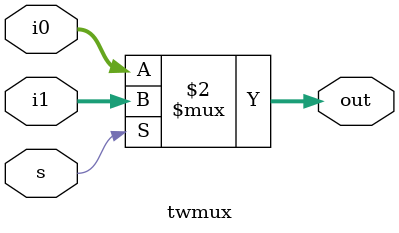
<source format=v>

module twmux(i0,i1,out,s);

parameter n=16;
input [n-1:0]i0,i1;
input s;
output reg [n-1:0]out;

always@(s)
begin
	
	out=s?i1:i0;
end

endmodule

</source>
